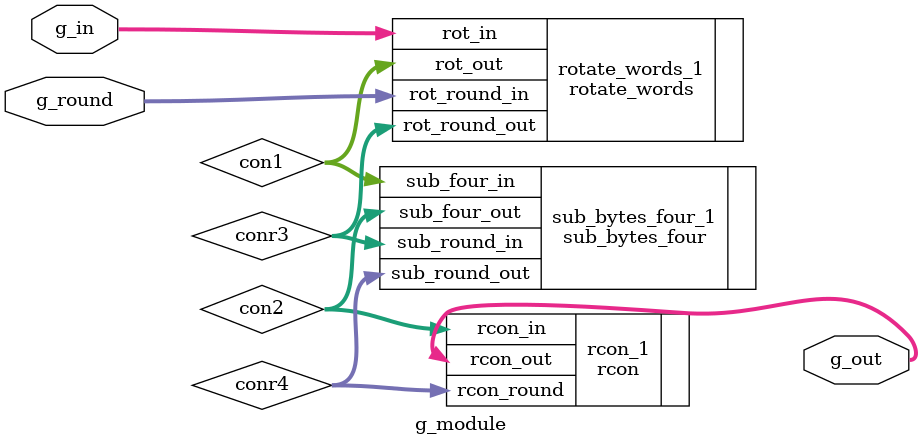
<source format=v>
`timescale 1ns / 1ps
module g_module(
    input [31:0] g_in,
    input [3:0] g_round,
    output  [31:0] g_out
    );
	 
	 //reg [31:0] con0;
	 wire [31:0] con1;
	 wire [31:0] con2;
	 wire [3:0] conr3;
	 wire [3:0] conr4;
	 
	 rotate_words rotate_words_1(
		.rot_in(g_in),
		.rot_round_in(g_round),
		.rot_round_out(conr3),
		.rot_out(con1)
	 );
	 
	 sub_bytes_four sub_bytes_four_1(
		.sub_four_in(con1),
		.sub_round_in(conr3),
		.sub_round_out(conr4),
		.sub_four_out(con2)
	 );
	 
	 //con3=g_round;
	 
	 rcon rcon_1(
		.rcon_in(con2),
		.rcon_round(conr4),
		.rcon_out(g_out)
	 );
//always@(g_in)
//begin
//con0 = g_in;
//end

//always@(con3)
//begin
//g_out = con3;
//end

endmodule

</source>
